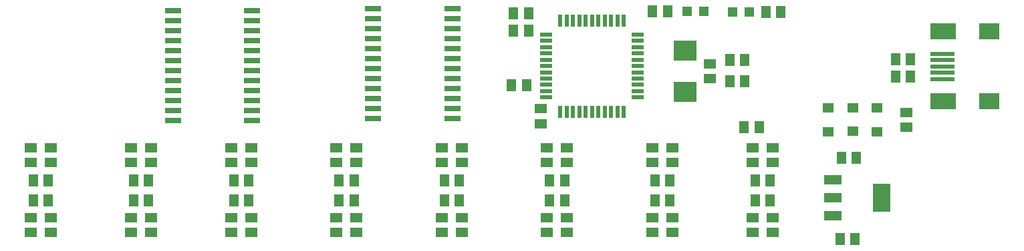
<source format=gtp>
G75*
%MOIN*%
%OFA0B0*%
%FSLAX25Y25*%
%IPPOS*%
%LPD*%
%AMOC8*
5,1,8,0,0,1.08239X$1,22.5*
%
%ADD10R,0.05512X0.04724*%
%ADD11R,0.09843X0.07874*%
%ADD12R,0.12992X0.07874*%
%ADD13R,0.12205X0.01969*%
%ADD14R,0.05118X0.06299*%
%ADD15R,0.05906X0.05118*%
%ADD16R,0.05118X0.05906*%
%ADD17R,0.01969X0.05906*%
%ADD18R,0.05906X0.01969*%
%ADD19R,0.11811X0.09843*%
%ADD20R,0.04724X0.04724*%
%ADD21R,0.08800X0.04800*%
%ADD22R,0.08661X0.14173*%
%ADD23R,0.08000X0.02600*%
%ADD24R,0.06299X0.05118*%
D10*
X0410408Y0088792D03*
X0422647Y0089032D03*
X0434651Y0088875D03*
X0434651Y0100686D03*
X0422647Y0100843D03*
X0410408Y0100603D03*
D11*
X0490856Y0103994D03*
X0490856Y0139033D03*
D12*
X0467627Y0139033D03*
X0467627Y0103994D03*
D13*
X0467234Y0115214D03*
X0467234Y0118364D03*
X0467234Y0121513D03*
X0467234Y0124663D03*
X0467234Y0127812D03*
D14*
X0451407Y0125025D03*
X0443927Y0125025D03*
X0443871Y0116529D03*
X0451352Y0116529D03*
X0375865Y0090939D03*
X0368384Y0090939D03*
X0260973Y0147923D03*
X0253492Y0147923D03*
D15*
X0351521Y0122755D03*
X0351521Y0115275D03*
X0267118Y0100315D03*
X0267118Y0092834D03*
X0449332Y0090928D03*
X0449332Y0098408D03*
D16*
X0424351Y0075674D03*
X0416870Y0075674D03*
X0381407Y0064525D03*
X0373927Y0064525D03*
X0373927Y0054525D03*
X0381407Y0054525D03*
X0331407Y0054525D03*
X0323927Y0054525D03*
X0323927Y0064525D03*
X0331407Y0064525D03*
X0278907Y0064525D03*
X0271427Y0064525D03*
X0271427Y0054525D03*
X0278907Y0054525D03*
X0226407Y0054525D03*
X0218927Y0054525D03*
X0218927Y0064525D03*
X0226407Y0064525D03*
X0173907Y0064525D03*
X0166427Y0064525D03*
X0166427Y0054525D03*
X0173907Y0054525D03*
X0121407Y0054525D03*
X0113927Y0054525D03*
X0113927Y0064525D03*
X0121407Y0064525D03*
X0071407Y0064525D03*
X0063927Y0064525D03*
X0063927Y0054525D03*
X0071407Y0054525D03*
X0021407Y0054525D03*
X0013927Y0054525D03*
X0013927Y0064525D03*
X0021407Y0064525D03*
X0252411Y0112054D03*
X0259891Y0112054D03*
X0260913Y0139413D03*
X0253433Y0139413D03*
X0322712Y0149017D03*
X0330192Y0149017D03*
X0379346Y0148792D03*
X0386826Y0148792D03*
X0368764Y0124758D03*
X0361283Y0124758D03*
X0361234Y0114008D03*
X0368714Y0114008D03*
X0416326Y0035032D03*
X0423806Y0035032D03*
D17*
X0308350Y0098886D03*
X0305200Y0098886D03*
X0302051Y0098886D03*
X0298901Y0098886D03*
X0295751Y0098886D03*
X0292602Y0098886D03*
X0289452Y0098886D03*
X0286303Y0098886D03*
X0283153Y0098886D03*
X0280003Y0098886D03*
X0276854Y0098886D03*
X0276854Y0144555D03*
X0280003Y0144555D03*
X0283153Y0144555D03*
X0286303Y0144555D03*
X0289452Y0144555D03*
X0292602Y0144555D03*
X0295751Y0144555D03*
X0298901Y0144555D03*
X0302051Y0144555D03*
X0305200Y0144555D03*
X0308350Y0144555D03*
D18*
X0315436Y0137468D03*
X0315436Y0134319D03*
X0315436Y0131169D03*
X0315436Y0128020D03*
X0315436Y0124870D03*
X0315436Y0121720D03*
X0315436Y0118571D03*
X0315436Y0115421D03*
X0315436Y0112272D03*
X0315436Y0109122D03*
X0315436Y0105972D03*
X0269767Y0105972D03*
X0269767Y0109122D03*
X0269767Y0112272D03*
X0269767Y0115421D03*
X0269767Y0118571D03*
X0269767Y0121720D03*
X0269767Y0124870D03*
X0269767Y0128020D03*
X0269767Y0131169D03*
X0269767Y0134319D03*
X0269767Y0137468D03*
D19*
X0339094Y0129445D03*
X0339094Y0108854D03*
D20*
X0340047Y0149012D03*
X0348314Y0149012D03*
X0362620Y0148862D03*
X0370888Y0148862D03*
D21*
X0412632Y0064801D03*
X0412632Y0055701D03*
X0412632Y0046601D03*
D22*
X0437032Y0055701D03*
D23*
X0222939Y0095440D03*
X0222939Y0100440D03*
X0222939Y0105440D03*
X0222939Y0110440D03*
X0222939Y0115440D03*
X0222939Y0120440D03*
X0222939Y0125440D03*
X0222939Y0130440D03*
X0222939Y0135440D03*
X0222939Y0140440D03*
X0222939Y0145440D03*
X0222939Y0150440D03*
X0183339Y0150440D03*
X0183339Y0145440D03*
X0183339Y0140440D03*
X0183339Y0135440D03*
X0183339Y0130440D03*
X0183339Y0125440D03*
X0183339Y0120440D03*
X0183339Y0115440D03*
X0183339Y0110440D03*
X0183339Y0105440D03*
X0183339Y0100440D03*
X0183339Y0095440D03*
X0123132Y0094270D03*
X0123132Y0099270D03*
X0123132Y0104270D03*
X0123132Y0109270D03*
X0123132Y0114270D03*
X0123132Y0119270D03*
X0123132Y0124270D03*
X0123132Y0129270D03*
X0123132Y0134270D03*
X0123132Y0139270D03*
X0123132Y0144270D03*
X0123132Y0149270D03*
X0083532Y0149270D03*
X0083532Y0144270D03*
X0083532Y0139270D03*
X0083532Y0134270D03*
X0083532Y0129270D03*
X0083532Y0124270D03*
X0083532Y0119270D03*
X0083532Y0114270D03*
X0083532Y0109270D03*
X0083532Y0104270D03*
X0083532Y0099270D03*
X0083532Y0094270D03*
D24*
X0012667Y0038285D03*
X0022667Y0038285D03*
X0022667Y0045765D03*
X0012667Y0045765D03*
X0062667Y0045765D03*
X0072667Y0045765D03*
X0072667Y0038285D03*
X0062667Y0038285D03*
X0112667Y0038285D03*
X0122667Y0038285D03*
X0122667Y0045765D03*
X0112667Y0045765D03*
X0165167Y0045765D03*
X0175167Y0045765D03*
X0175167Y0038285D03*
X0165167Y0038285D03*
X0217667Y0038285D03*
X0227667Y0038285D03*
X0227667Y0045765D03*
X0217667Y0045765D03*
X0270167Y0045765D03*
X0280167Y0045765D03*
X0280167Y0038285D03*
X0270167Y0038285D03*
X0322667Y0038285D03*
X0332667Y0038285D03*
X0332667Y0045765D03*
X0322667Y0045765D03*
X0372667Y0045765D03*
X0382667Y0045765D03*
X0382667Y0038285D03*
X0372667Y0038285D03*
X0372667Y0073285D03*
X0382667Y0073285D03*
X0382667Y0080765D03*
X0372667Y0080765D03*
X0332667Y0080765D03*
X0322667Y0080765D03*
X0322667Y0073285D03*
X0332667Y0073285D03*
X0280167Y0073285D03*
X0270167Y0073285D03*
X0270167Y0080765D03*
X0280167Y0080765D03*
X0227667Y0080765D03*
X0217667Y0080765D03*
X0217667Y0073285D03*
X0227667Y0073285D03*
X0175167Y0073285D03*
X0165167Y0073285D03*
X0165167Y0080765D03*
X0175167Y0080765D03*
X0122667Y0080765D03*
X0112667Y0080765D03*
X0112667Y0073285D03*
X0122667Y0073285D03*
X0072667Y0073285D03*
X0062667Y0073285D03*
X0062667Y0080765D03*
X0072667Y0080765D03*
X0022667Y0080765D03*
X0012667Y0080765D03*
X0012667Y0073285D03*
X0022667Y0073285D03*
M02*

</source>
